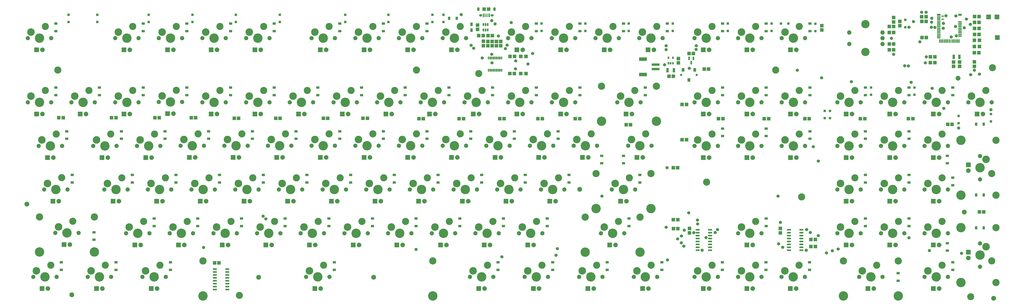
<source format=gbs>
G04 Layer_Color=8150272*
%FSTAX42Y42*%
%MOMM*%
G71*
G01*
G75*
%ADD25C,3.05*%
%ADD47R,3.40X1.50*%
%ADD48R,3.50X1.00*%
%ADD64R,1.50X1.65*%
%ADD65R,1.63X1.63*%
%ADD67C,2.10*%
%ADD68C,3.10*%
%ADD69C,2.00*%
%ADD70R,2.00X2.00*%
%ADD71C,1.85*%
%ADD72C,4.09*%
%ADD73C,3.30*%
%ADD74C,4.10*%
%ADD75C,1.85*%
%ADD76R,2.00X2.00*%
%ADD77C,3.15*%
%ADD78O,1.10X1.65*%
%ADD79O,1.35X1.05*%
%ADD80C,1.88*%
%ADD81C,3.60*%
%ADD82C,1.00*%
%ADD83C,1.37*%
%ADD84R,1.50X0.90*%
%ADD85R,1.50X0.50*%
%ADD86R,0.50X1.50*%
%ADD87R,0.46X1.50*%
%ADD88R,1.10X0.50*%
%ADD89R,1.10X1.10*%
%ADD90R,1.32X1.01*%
%ADD91R,1.60X1.65*%
%ADD92R,0.50X1.50*%
%ADD93R,0.46X1.50*%
%ADD94R,1.60X1.50*%
%ADD95R,0.75X1.20*%
%ADD96R,1.10X1.50*%
%ADD97R,0.70X1.60*%
%ADD98R,1.65X1.50*%
%ADD99R,2.10X2.10*%
%ADD100R,0.48X1.24*%
%ADD101R,1.50X1.60*%
%ADD102R,1.60X1.65*%
%ADD103R,1.10X1.90*%
%ADD104R,1.01X1.32*%
%ADD105R,1.73X0.71*%
%ADD106R,0.75X1.00*%
%ADD107R,1.10X1.10*%
%ADD108R,1.30X1.50*%
%ADD109R,1.12X1.91*%
D25*
X020066Y01016D02*
D03*
X009652Y000508D02*
D03*
X041463Y000457D02*
D03*
X042418Y010414D02*
D03*
D47*
X027208Y010121D02*
D03*
Y010791D02*
D03*
D48*
X027763Y010356D02*
D03*
Y010556D02*
D03*
D64*
X026668Y007937D02*
D03*
X026478D02*
D03*
X017654Y008201D02*
D03*
X017465D02*
D03*
X039348Y011733D02*
D03*
X039538D02*
D03*
X039718Y010896D02*
D03*
X039908D02*
D03*
X039718Y010636D02*
D03*
X039908D02*
D03*
X037927Y011194D02*
D03*
X038117D02*
D03*
X037927Y012214D02*
D03*
X038117D02*
D03*
X028718Y006066D02*
D03*
X028528D02*
D03*
X028912Y007282D02*
D03*
X029102D02*
D03*
X028912Y008819D02*
D03*
X029102D02*
D03*
X029874Y010358D02*
D03*
X030064D02*
D03*
X041827Y012648D02*
D03*
X041636D02*
D03*
X001983Y008242D02*
D03*
X001793D02*
D03*
X004277D02*
D03*
X004087D02*
D03*
X006165D02*
D03*
X005975D02*
D03*
X011422Y008221D02*
D03*
X011232D02*
D03*
X013493D02*
D03*
X013303D02*
D03*
X015218D02*
D03*
X015029D02*
D03*
X0194Y008201D02*
D03*
X01921D02*
D03*
X021166D02*
D03*
X020976D02*
D03*
X022831D02*
D03*
X022641D02*
D03*
X030687D02*
D03*
X030497D02*
D03*
X032677D02*
D03*
X032486D02*
D03*
X034443D02*
D03*
X034253D02*
D03*
X036858D02*
D03*
X036668D02*
D03*
X038949D02*
D03*
X038759D02*
D03*
X040654Y007958D02*
D03*
X040464D02*
D03*
X042035Y004141D02*
D03*
X041845D02*
D03*
X024455Y008201D02*
D03*
X024265D02*
D03*
X04163Y01107D02*
D03*
X04182D02*
D03*
X041636Y012388D02*
D03*
X041827D02*
D03*
X039339Y012431D02*
D03*
X039529D02*
D03*
X039525Y01264D02*
D03*
X039335D02*
D03*
X021429Y010905D02*
D03*
X021619D02*
D03*
X021419Y01016D02*
D03*
X021609D02*
D03*
X007748Y008242D02*
D03*
X007558D02*
D03*
X009616Y008221D02*
D03*
X009426D02*
D03*
X034517Y002943D02*
D03*
X034707D02*
D03*
X034517Y002639D02*
D03*
X034707D02*
D03*
X028726Y003419D02*
D03*
X028536D02*
D03*
X028721Y003802D02*
D03*
X028531D02*
D03*
D65*
X02189Y010905D02*
D03*
X022118D02*
D03*
X02189Y01016D02*
D03*
X022118D02*
D03*
D67*
X042464Y000386D02*
D03*
X040917Y009964D02*
D03*
X015488Y0013D02*
D03*
X010488D02*
D03*
X000401Y004486D02*
D03*
X041191Y004138D02*
D03*
X00236Y000538D02*
D03*
X02446Y005123D02*
D03*
D68*
X034112Y004793D02*
D03*
X042126Y009427D02*
D03*
X02998Y005436D02*
D03*
X042385Y00581D02*
D03*
Y00201D02*
D03*
X002404Y003739D02*
D03*
X008806Y009427D02*
D03*
X034011D02*
D03*
X003819Y001827D02*
D03*
X001444D02*
D03*
X027568D02*
D03*
X025193D02*
D03*
X027331Y007537D02*
D03*
X017352Y010314D02*
D03*
X001752D02*
D03*
X032982D02*
D03*
X040226Y001827D02*
D03*
X034001D02*
D03*
X032111D02*
D03*
X030211D02*
D03*
X022818D02*
D03*
X020443D02*
D03*
X006194D02*
D03*
X032111Y003727D02*
D03*
X022581D02*
D03*
X020681D02*
D03*
X018781D02*
D03*
X016881D02*
D03*
X014981D02*
D03*
X013081D02*
D03*
X011181D02*
D03*
X009281D02*
D03*
X007381D02*
D03*
X005481D02*
D03*
X040226D02*
D03*
X038326D02*
D03*
X036426D02*
D03*
X040226Y005627D02*
D03*
X038326D02*
D03*
X036426D02*
D03*
X023531D02*
D03*
X021631D02*
D03*
X019731D02*
D03*
X017831D02*
D03*
X015931D02*
D03*
X014031D02*
D03*
X012131D02*
D03*
X010231D02*
D03*
X008331D02*
D03*
X006431D02*
D03*
X004531D02*
D03*
X001919Y005631D02*
D03*
X040226Y007527D02*
D03*
X038326D02*
D03*
X036426D02*
D03*
X034011D02*
D03*
X032111D02*
D03*
X030211D02*
D03*
X024956Y007537D02*
D03*
X023056D02*
D03*
X021156D02*
D03*
X019256D02*
D03*
X017356D02*
D03*
X015456D02*
D03*
X013556D02*
D03*
X011656D02*
D03*
X009756D02*
D03*
X007856D02*
D03*
X005956Y007527D02*
D03*
X004056D02*
D03*
X001681D02*
D03*
X040226Y009427D02*
D03*
X038326D02*
D03*
X036426D02*
D03*
X032111D02*
D03*
X030211D02*
D03*
X024006D02*
D03*
X022106D02*
D03*
X020206D02*
D03*
X018306D02*
D03*
X016406D02*
D03*
X014506D02*
D03*
X012606D02*
D03*
X010706D02*
D03*
X006906Y009437D02*
D03*
X005006Y009427D02*
D03*
X003106D02*
D03*
X001206D02*
D03*
X034011Y012215D02*
D03*
X032111D02*
D03*
X030211D02*
D03*
X027806D02*
D03*
X025906D02*
D03*
X024006D02*
D03*
X022106D02*
D03*
X019256D02*
D03*
X017356D02*
D03*
X015456D02*
D03*
X013556D02*
D03*
X010706D02*
D03*
X008806D02*
D03*
X006906D02*
D03*
X005006D02*
D03*
X001206D02*
D03*
X013318Y001827D02*
D03*
X026856Y009427D02*
D03*
X026618Y005627D02*
D03*
X026143Y003727D02*
D03*
X037376Y001827D02*
D03*
D69*
X041999Y008406D02*
D03*
X041364Y005937D02*
D03*
Y002137D02*
D03*
X002277Y002718D02*
D03*
X008679Y008406D02*
D03*
X033884D02*
D03*
X003692Y000806D02*
D03*
X001316D02*
D03*
X027442D02*
D03*
X025066D02*
D03*
X027204Y006516D02*
D03*
X040099Y000806D02*
D03*
X033874D02*
D03*
X031984D02*
D03*
X030084D02*
D03*
X022691D02*
D03*
X020316D02*
D03*
X006067D02*
D03*
X031984Y002706D02*
D03*
X022454D02*
D03*
X020554D02*
D03*
X018654D02*
D03*
X016754D02*
D03*
X014854D02*
D03*
X012954D02*
D03*
X011054D02*
D03*
X009154D02*
D03*
X007254D02*
D03*
X005354D02*
D03*
X040099D02*
D03*
X038199D02*
D03*
X036299D02*
D03*
X040099Y004606D02*
D03*
X038199D02*
D03*
X036299D02*
D03*
X023404D02*
D03*
X021504D02*
D03*
X019604D02*
D03*
X017704D02*
D03*
X015804D02*
D03*
X013904D02*
D03*
X012004D02*
D03*
X010104D02*
D03*
X008204D02*
D03*
X006304D02*
D03*
X004404D02*
D03*
X001792Y00461D02*
D03*
X040099Y006506D02*
D03*
X038199D02*
D03*
X036299D02*
D03*
X033884D02*
D03*
X031984D02*
D03*
X030084D02*
D03*
X024829Y006516D02*
D03*
X022929D02*
D03*
X021029D02*
D03*
X019129D02*
D03*
X017229D02*
D03*
X015329D02*
D03*
X013429D02*
D03*
X011529D02*
D03*
X009629D02*
D03*
X007729D02*
D03*
X005829Y006506D02*
D03*
X003929D02*
D03*
X001554D02*
D03*
X040099Y008406D02*
D03*
X038199D02*
D03*
X036299D02*
D03*
X031984D02*
D03*
X030084D02*
D03*
X023879D02*
D03*
X021979D02*
D03*
X020079D02*
D03*
X018179D02*
D03*
X016279D02*
D03*
X014379D02*
D03*
X012479D02*
D03*
X010579D02*
D03*
X006779Y008416D02*
D03*
X004879Y008406D02*
D03*
X002979D02*
D03*
X001079D02*
D03*
X033884Y011194D02*
D03*
X031984D02*
D03*
X030084D02*
D03*
X027679D02*
D03*
X025779D02*
D03*
X023879D02*
D03*
X021979D02*
D03*
X019129D02*
D03*
X017229D02*
D03*
X015329D02*
D03*
X013429D02*
D03*
X010579D02*
D03*
X008679D02*
D03*
X006779D02*
D03*
X004879D02*
D03*
X001079D02*
D03*
X013191Y000806D02*
D03*
X026729Y008406D02*
D03*
X026492Y004606D02*
D03*
X026017Y002706D02*
D03*
X037249Y000806D02*
D03*
D70*
X041745Y008406D02*
D03*
X002023Y002718D02*
D03*
X008425Y008406D02*
D03*
X03363D02*
D03*
X003438Y000806D02*
D03*
X001062D02*
D03*
X027188D02*
D03*
X024812D02*
D03*
X02695Y006516D02*
D03*
X039845Y000806D02*
D03*
X03362D02*
D03*
X03173D02*
D03*
X02983D02*
D03*
X022438D02*
D03*
X020062D02*
D03*
X005812D02*
D03*
X03173Y002706D02*
D03*
X0222D02*
D03*
X0203D02*
D03*
X0184D02*
D03*
X0165D02*
D03*
X0146D02*
D03*
X0127D02*
D03*
X0108D02*
D03*
X0089D02*
D03*
X007D02*
D03*
X0051D02*
D03*
X039845D02*
D03*
X037945D02*
D03*
X036045D02*
D03*
X039845Y004606D02*
D03*
X037945D02*
D03*
X036045D02*
D03*
X02315D02*
D03*
X02125D02*
D03*
X01935D02*
D03*
X01745D02*
D03*
X01555D02*
D03*
X01365D02*
D03*
X01175D02*
D03*
X00985D02*
D03*
X00795D02*
D03*
X00605D02*
D03*
X00415D02*
D03*
X001538Y00461D02*
D03*
X039845Y006506D02*
D03*
X037945D02*
D03*
X036045D02*
D03*
X03363D02*
D03*
X03173D02*
D03*
X02983D02*
D03*
X024575Y006516D02*
D03*
X022675D02*
D03*
X020775D02*
D03*
X018875D02*
D03*
X016975D02*
D03*
X015075D02*
D03*
X013175D02*
D03*
X011275D02*
D03*
X009375D02*
D03*
X007475D02*
D03*
X005575Y006506D02*
D03*
X003675D02*
D03*
X0013D02*
D03*
X039845Y008406D02*
D03*
X037945D02*
D03*
X036045D02*
D03*
X03173D02*
D03*
X02983D02*
D03*
X023625D02*
D03*
X021725D02*
D03*
X019825D02*
D03*
X017925D02*
D03*
X016025D02*
D03*
X014125D02*
D03*
X012225D02*
D03*
X010325D02*
D03*
X006525Y008416D02*
D03*
X004625Y008406D02*
D03*
X002725D02*
D03*
X000825D02*
D03*
X03363Y011194D02*
D03*
X03173D02*
D03*
X02983D02*
D03*
X027425D02*
D03*
X025525D02*
D03*
X023625D02*
D03*
X021725D02*
D03*
X018875D02*
D03*
X016975D02*
D03*
X015075D02*
D03*
X013175D02*
D03*
X010325D02*
D03*
X008425D02*
D03*
X006525D02*
D03*
X004625D02*
D03*
X000825D02*
D03*
X012938Y000806D02*
D03*
X026475Y008406D02*
D03*
X026238Y004606D02*
D03*
X025762Y002706D02*
D03*
X036995Y000806D02*
D03*
D71*
X041364Y008914D02*
D03*
X04238D02*
D03*
X008044D02*
D03*
X00906D02*
D03*
X033249D02*
D03*
X034265D02*
D03*
X003057Y001314D02*
D03*
X004072D02*
D03*
X000682D02*
D03*
X001698D02*
D03*
X026807D02*
D03*
X027823D02*
D03*
X024432D02*
D03*
X025448D02*
D03*
X026569Y007024D02*
D03*
X027585D02*
D03*
X039464Y001314D02*
D03*
X04048D02*
D03*
X033239D02*
D03*
X034255D02*
D03*
X031349D02*
D03*
X032365D02*
D03*
X029449D02*
D03*
X030465D02*
D03*
X022057D02*
D03*
X023073D02*
D03*
X019682D02*
D03*
X020698D02*
D03*
X005431D02*
D03*
X006447D02*
D03*
X031349Y003214D02*
D03*
X032365D02*
D03*
X021819D02*
D03*
X022835D02*
D03*
X019919D02*
D03*
X020935D02*
D03*
X018019D02*
D03*
X019035D02*
D03*
X016119D02*
D03*
X017135D02*
D03*
X014219D02*
D03*
X015235D02*
D03*
X012319D02*
D03*
X013335D02*
D03*
X010419D02*
D03*
X011435D02*
D03*
X008519D02*
D03*
X009535D02*
D03*
X006619D02*
D03*
X007635D02*
D03*
X004719D02*
D03*
X005735D02*
D03*
X039464D02*
D03*
X04048D02*
D03*
X037564D02*
D03*
X03858D02*
D03*
X035664D02*
D03*
X03668D02*
D03*
X039464Y005114D02*
D03*
X04048D02*
D03*
X037564D02*
D03*
X03858D02*
D03*
X035664D02*
D03*
X03668D02*
D03*
X022769D02*
D03*
X023785D02*
D03*
X020869D02*
D03*
X021885D02*
D03*
X018969D02*
D03*
X019985D02*
D03*
X017069D02*
D03*
X018085D02*
D03*
X015169D02*
D03*
X016185D02*
D03*
X013269D02*
D03*
X014285D02*
D03*
X011369D02*
D03*
X012385D02*
D03*
X009469D02*
D03*
X010485D02*
D03*
X007569D02*
D03*
X008585D02*
D03*
X005669D02*
D03*
X006685D02*
D03*
X003769D02*
D03*
X004785D02*
D03*
X001157Y005118D02*
D03*
X002173D02*
D03*
X039464Y007014D02*
D03*
X04048D02*
D03*
X037564D02*
D03*
X03858D02*
D03*
X035664D02*
D03*
X03668D02*
D03*
X033249D02*
D03*
X034265D02*
D03*
X031349D02*
D03*
X032365D02*
D03*
X029449D02*
D03*
X030465D02*
D03*
X024194Y007024D02*
D03*
X02521D02*
D03*
X022294D02*
D03*
X02331D02*
D03*
X020394D02*
D03*
X02141D02*
D03*
X018494D02*
D03*
X01951D02*
D03*
X016594D02*
D03*
X01761D02*
D03*
X014694D02*
D03*
X01571D02*
D03*
X012794D02*
D03*
X01381D02*
D03*
X010894D02*
D03*
X01191D02*
D03*
X008994D02*
D03*
X01001D02*
D03*
X007094D02*
D03*
X00811D02*
D03*
X005194Y007014D02*
D03*
X00621D02*
D03*
X003294D02*
D03*
X00431D02*
D03*
X000919D02*
D03*
X001935D02*
D03*
X039464Y008914D02*
D03*
X04048D02*
D03*
X037564D02*
D03*
X03858D02*
D03*
X035664D02*
D03*
X03668D02*
D03*
X031349D02*
D03*
X032365D02*
D03*
X029449D02*
D03*
X030465D02*
D03*
X023244D02*
D03*
X02426D02*
D03*
X021344D02*
D03*
X02236D02*
D03*
X019444D02*
D03*
X02046D02*
D03*
X017544D02*
D03*
X01856D02*
D03*
X015644D02*
D03*
X01666D02*
D03*
X013744D02*
D03*
X01476D02*
D03*
X011844D02*
D03*
X01286D02*
D03*
X009944D02*
D03*
X01096D02*
D03*
X006144Y008924D02*
D03*
X00716D02*
D03*
X004244Y008914D02*
D03*
X00526D02*
D03*
X002344D02*
D03*
X00336D02*
D03*
X000444D02*
D03*
X00146D02*
D03*
X033249Y011702D02*
D03*
X034265D02*
D03*
X031349D02*
D03*
X032365D02*
D03*
X029449D02*
D03*
X030465D02*
D03*
X027044D02*
D03*
X02806D02*
D03*
X025144D02*
D03*
X02616D02*
D03*
X023244D02*
D03*
X02426D02*
D03*
X021344D02*
D03*
X02236D02*
D03*
X018494D02*
D03*
X01951D02*
D03*
X016594D02*
D03*
X01761D02*
D03*
X014694D02*
D03*
X01571D02*
D03*
X012794D02*
D03*
X01381D02*
D03*
X009944D02*
D03*
X01096D02*
D03*
X008044D02*
D03*
X00906D02*
D03*
X006144D02*
D03*
X00716D02*
D03*
X004244D02*
D03*
X00526D02*
D03*
X000444D02*
D03*
X00146D02*
D03*
X012557Y001314D02*
D03*
X013573D02*
D03*
D72*
X041872Y008914D02*
D03*
X041046Y007258D02*
D03*
Y00487D02*
D03*
Y003458D02*
D03*
Y00107D02*
D03*
X000956Y002401D02*
D03*
X003344D02*
D03*
X008552Y008914D02*
D03*
X033757D02*
D03*
X003565Y001314D02*
D03*
X00119D02*
D03*
X027314D02*
D03*
X02494D02*
D03*
X027077Y007024D02*
D03*
X039972Y001314D02*
D03*
X033747D02*
D03*
X031857D02*
D03*
X029957D02*
D03*
X022565D02*
D03*
X02019D02*
D03*
X00594D02*
D03*
X031857Y003214D02*
D03*
X022327D02*
D03*
X020427D02*
D03*
X018527D02*
D03*
X016627D02*
D03*
X014727D02*
D03*
X012827D02*
D03*
X010927D02*
D03*
X009027D02*
D03*
X007127D02*
D03*
X005227D02*
D03*
X039972D02*
D03*
X038072D02*
D03*
X036172D02*
D03*
X039972Y005114D02*
D03*
X038072D02*
D03*
X036172D02*
D03*
X023277D02*
D03*
X021377D02*
D03*
X019477D02*
D03*
X017577D02*
D03*
X015677D02*
D03*
X013777D02*
D03*
X011877D02*
D03*
X009977D02*
D03*
X008077D02*
D03*
X006177D02*
D03*
X004277D02*
D03*
X001665Y005118D02*
D03*
X039972Y007014D02*
D03*
X038072D02*
D03*
X036172D02*
D03*
X033757D02*
D03*
X031857D02*
D03*
X029957D02*
D03*
X024702Y007024D02*
D03*
X022802D02*
D03*
X020902D02*
D03*
X019002D02*
D03*
X017102D02*
D03*
X015202D02*
D03*
X013302D02*
D03*
X011402D02*
D03*
X009502D02*
D03*
X007602D02*
D03*
X005702Y007014D02*
D03*
X003802D02*
D03*
X001427D02*
D03*
X039972Y008914D02*
D03*
X038072D02*
D03*
X036172D02*
D03*
X031857D02*
D03*
X029957D02*
D03*
X023752D02*
D03*
X021852D02*
D03*
X019952D02*
D03*
X018052D02*
D03*
X016152D02*
D03*
X014252D02*
D03*
X012352D02*
D03*
X010452D02*
D03*
X006652Y008924D02*
D03*
X004752Y008914D02*
D03*
X002852D02*
D03*
X000952D02*
D03*
X033757Y011702D02*
D03*
X031857D02*
D03*
X029957D02*
D03*
X027552D02*
D03*
X025652D02*
D03*
X023752D02*
D03*
X021852D02*
D03*
X019002D02*
D03*
X017102D02*
D03*
X015202D02*
D03*
X013302D02*
D03*
X010452D02*
D03*
X008552D02*
D03*
X006652D02*
D03*
X004752D02*
D03*
X000952D02*
D03*
X018065Y000489D02*
D03*
X008064D02*
D03*
X013065Y001314D02*
D03*
X025408Y008089D02*
D03*
X027796D02*
D03*
X025171Y004288D02*
D03*
X027558D02*
D03*
X024696Y002389D02*
D03*
X027083D02*
D03*
X035928Y000489D02*
D03*
X038316D02*
D03*
D73*
X041504Y009181D02*
D03*
X042139Y006432D02*
D03*
Y002632D02*
D03*
X001782Y003493D02*
D03*
X008184Y009181D02*
D03*
X033389D02*
D03*
X003196Y001581D02*
D03*
X000821D02*
D03*
X026946D02*
D03*
X024571D02*
D03*
X026709Y007291D02*
D03*
X039604Y001581D02*
D03*
X033379D02*
D03*
X031489D02*
D03*
X029589D02*
D03*
X022196D02*
D03*
X019821D02*
D03*
X005571D02*
D03*
X031489Y003481D02*
D03*
X021959D02*
D03*
X020059D02*
D03*
X018159D02*
D03*
X016259D02*
D03*
X014359D02*
D03*
X012459D02*
D03*
X010559D02*
D03*
X008659D02*
D03*
X006759D02*
D03*
X004859D02*
D03*
X039604D02*
D03*
X037704D02*
D03*
X035804D02*
D03*
X039604Y005381D02*
D03*
X037704D02*
D03*
X035804D02*
D03*
X022909D02*
D03*
X021009D02*
D03*
X019109D02*
D03*
X017209D02*
D03*
X015309D02*
D03*
X013409D02*
D03*
X011509D02*
D03*
X009609D02*
D03*
X007709D02*
D03*
X005809D02*
D03*
X003909D02*
D03*
X001297Y005384D02*
D03*
X039604Y007281D02*
D03*
X037704D02*
D03*
X035804D02*
D03*
X033389D02*
D03*
X031489D02*
D03*
X029589D02*
D03*
X024334Y007291D02*
D03*
X022434D02*
D03*
X020534D02*
D03*
X018634D02*
D03*
X016734D02*
D03*
X014834D02*
D03*
X012934D02*
D03*
X011034D02*
D03*
X009134D02*
D03*
X007234D02*
D03*
X005334Y007281D02*
D03*
X003434D02*
D03*
X001059D02*
D03*
X039604Y009181D02*
D03*
X037704D02*
D03*
X035804D02*
D03*
X031489D02*
D03*
X029589D02*
D03*
X023384D02*
D03*
X021484D02*
D03*
X019584D02*
D03*
X017684D02*
D03*
X015784D02*
D03*
X013884D02*
D03*
X011984D02*
D03*
X010084D02*
D03*
X006284Y009191D02*
D03*
X004384Y009181D02*
D03*
X002484D02*
D03*
X000584D02*
D03*
X033389Y011969D02*
D03*
X031489D02*
D03*
X029589D02*
D03*
X027184D02*
D03*
X025284D02*
D03*
X023384D02*
D03*
X021484D02*
D03*
X018634D02*
D03*
X016734D02*
D03*
X014834D02*
D03*
X012934D02*
D03*
X010084D02*
D03*
X008184D02*
D03*
X006284D02*
D03*
X004384D02*
D03*
X000584D02*
D03*
X012696Y001581D02*
D03*
X026234Y009181D02*
D03*
X025996Y005381D02*
D03*
X025521Y003481D02*
D03*
X036754Y001581D02*
D03*
D74*
X041872Y006064D02*
D03*
Y002264D02*
D03*
X00215Y003226D02*
D03*
X026602Y008914D02*
D03*
X026364Y005114D02*
D03*
X025889Y003214D02*
D03*
X037122Y001314D02*
D03*
D75*
X041872Y005556D02*
D03*
Y006572D02*
D03*
Y001756D02*
D03*
Y002772D02*
D03*
X002658Y003226D02*
D03*
X001642D02*
D03*
X02711Y008914D02*
D03*
X026094D02*
D03*
X026873Y005114D02*
D03*
X025857D02*
D03*
X026398Y003214D02*
D03*
X025382D02*
D03*
X03763Y001314D02*
D03*
X036614D02*
D03*
D76*
X041364Y006191D02*
D03*
Y002391D02*
D03*
D77*
X04257Y007258D02*
D03*
Y00487D02*
D03*
Y003458D02*
D03*
Y00107D02*
D03*
X000956Y003925D02*
D03*
X003344D02*
D03*
X018065Y002012D02*
D03*
X008064D02*
D03*
X025408Y009612D02*
D03*
X027796D02*
D03*
X025171Y005812D02*
D03*
X027558D02*
D03*
X024696Y003912D02*
D03*
X027083D02*
D03*
X035928Y002012D02*
D03*
X038316D02*
D03*
D78*
X020747Y012964D02*
D03*
X020047D02*
D03*
D79*
X020647Y012694D02*
D03*
X020147D02*
D03*
D80*
X037635Y011952D02*
D03*
Y011702D02*
D03*
Y011452D02*
D03*
X036185Y011952D02*
D03*
Y011452D02*
D03*
D81*
X036885Y012312D02*
D03*
Y011105D02*
D03*
D82*
X029547Y010103D02*
D03*
X028867D02*
D03*
D83*
X040622Y011755D02*
D03*
X039337Y012832D02*
D03*
X039527Y012832D02*
D03*
X039769Y012398D02*
D03*
X039776Y012568D02*
D03*
X039759Y012177D02*
D03*
X039911Y012174D02*
D03*
X041186Y012151D02*
D03*
X033106Y002756D02*
D03*
X038595Y0105D02*
D03*
X038758Y010493D02*
D03*
X041463Y010117D02*
D03*
X040394Y01268D02*
D03*
X040825Y01267D02*
D03*
X038019Y011694D02*
D03*
X034836Y003114D02*
D03*
X03431Y002479D02*
D03*
X041844Y010142D02*
D03*
X02922Y010389D02*
D03*
X020218Y010841D02*
D03*
X020638Y010632D02*
D03*
X028214Y011209D02*
D03*
X028219Y011372D02*
D03*
X021219Y011252D02*
D03*
X0213Y011397D02*
D03*
X01984Y011267D02*
D03*
X019736Y011389D02*
D03*
X034983Y009982D02*
D03*
X022202Y010577D02*
D03*
X02063Y011001D02*
D03*
X021664Y010366D02*
D03*
X02241Y011039D02*
D03*
X039494Y010632D02*
D03*
X021674Y010716D02*
D03*
X041631Y01031D02*
D03*
X03954Y010896D02*
D03*
X020914Y011801D02*
D03*
X020772Y012327D02*
D03*
X020627Y012464D02*
D03*
X04107Y00234D02*
D03*
X03519Y00236D02*
D03*
X03967Y00246D02*
D03*
X03545Y00245D02*
D03*
X0357Y00253D02*
D03*
X03878Y00302D02*
D03*
X02995Y00303D02*
D03*
X02348Y00254D02*
D03*
X02872Y00297D02*
D03*
X02888Y0028D02*
D03*
X02899Y00265D02*
D03*
X01068Y00396D02*
D03*
X02958Y00379D02*
D03*
X02959Y00362D02*
D03*
X0108Y00384D02*
D03*
X02542Y00483D02*
D03*
X04081Y01221D02*
D03*
X023426Y002253D02*
D03*
X021071Y002192D02*
D03*
X033089Y004831D02*
D03*
X033288Y002602D02*
D03*
X02978Y002477D02*
D03*
X03045Y00337D02*
D03*
X034327D02*
D03*
X03449Y003248D02*
D03*
X030348D02*
D03*
X028278Y00205D02*
D03*
X021477Y012383D02*
D03*
X019305Y012728D02*
D03*
X036276Y009805D02*
D03*
X042346Y008587D02*
D03*
X040945Y007795D02*
D03*
X040295Y008648D02*
D03*
X039788Y009521D02*
D03*
X038874Y009785D02*
D03*
X041453Y012302D02*
D03*
X040275Y012139D02*
D03*
X034618Y006982D02*
D03*
X034839Y00635D02*
D03*
X033924Y010309D02*
D03*
X029525Y011374D02*
D03*
X029522Y011212D02*
D03*
X040838Y011806D02*
D03*
X038113Y011006D02*
D03*
X039256Y011547D02*
D03*
X040278Y012347D02*
D03*
X041278Y012532D02*
D03*
X038781Y012179D02*
D03*
X038976Y012423D02*
D03*
X028885Y003094D02*
D03*
X033183Y003686D02*
D03*
X029202Y0041D02*
D03*
X02826Y006066D02*
D03*
X028214Y003475D02*
D03*
X028146Y010549D02*
D03*
X01734Y002508D02*
D03*
X008092Y002598D02*
D03*
X029002Y00335D02*
D03*
X029416Y003238D02*
D03*
D84*
X041Y01272D02*
D03*
X04008D02*
D03*
D85*
X041Y01179D02*
D03*
Y01242D02*
D03*
Y01235D02*
D03*
Y01228D02*
D03*
Y01221D02*
D03*
Y01214D02*
D03*
Y01207D02*
D03*
Y012D02*
D03*
Y01193D02*
D03*
Y01186D02*
D03*
X04008D02*
D03*
Y01193D02*
D03*
Y012D02*
D03*
Y01207D02*
D03*
Y01214D02*
D03*
Y01221D02*
D03*
Y01228D02*
D03*
Y01235D02*
D03*
Y01242D02*
D03*
Y01249D02*
D03*
Y01256D02*
D03*
Y01263D02*
D03*
Y01179D02*
D03*
Y01172D02*
D03*
D86*
X04096Y01158D02*
D03*
X04089D02*
D03*
X04082D02*
D03*
X04075D02*
D03*
X04068D02*
D03*
X04054D02*
D03*
X04047D02*
D03*
X0404D02*
D03*
X04033D02*
D03*
X04026D02*
D03*
X04019D02*
D03*
X04012D02*
D03*
D87*
X04061D02*
D03*
D88*
X04025Y012665D02*
D03*
Y012525D02*
D03*
D89*
X034712Y012329D02*
D03*
Y012014D02*
D03*
X035342Y008541D02*
D03*
Y008226D02*
D03*
X035119Y008541D02*
D03*
Y008226D02*
D03*
X038623Y012182D02*
D03*
Y012497D02*
D03*
X0095Y012723D02*
D03*
Y012408D02*
D03*
X016138Y012723D02*
D03*
Y012408D02*
D03*
X003471Y012723D02*
D03*
Y012408D02*
D03*
X002213Y012723D02*
D03*
Y012408D02*
D03*
X005704Y012723D02*
D03*
Y012408D02*
D03*
X007612Y012723D02*
D03*
Y012408D02*
D03*
X011409Y012723D02*
D03*
Y012408D02*
D03*
X018047Y012723D02*
D03*
Y012408D02*
D03*
X014251Y012723D02*
D03*
Y012408D02*
D03*
X018534Y012723D02*
D03*
Y012408D02*
D03*
X022797Y012338D02*
D03*
Y012022D02*
D03*
X024705Y012338D02*
D03*
Y012022D02*
D03*
X032805Y012338D02*
D03*
Y012022D02*
D03*
X030897Y012338D02*
D03*
Y012022D02*
D03*
X028501Y012338D02*
D03*
Y012022D02*
D03*
X037129Y009556D02*
D03*
Y009241D02*
D03*
X042346Y008399D02*
D03*
Y008084D02*
D03*
X039017Y009556D02*
D03*
Y009241D02*
D03*
X040945Y008003D02*
D03*
Y008318D02*
D03*
X026593Y012338D02*
D03*
Y012022D02*
D03*
D90*
X014015Y012014D02*
D03*
Y012341D02*
D03*
X015915Y012014D02*
D03*
Y012341D02*
D03*
X020902Y001625D02*
D03*
Y001953D02*
D03*
X023277Y001625D02*
D03*
Y001953D02*
D03*
X040447Y002457D02*
D03*
Y002784D02*
D03*
X03257Y009225D02*
D03*
Y009553D02*
D03*
X02304Y003526D02*
D03*
Y003853D02*
D03*
X03256Y001625D02*
D03*
Y001953D02*
D03*
X028027Y001625D02*
D03*
Y001953D02*
D03*
X03446Y001625D02*
D03*
Y001953D02*
D03*
X03066Y001625D02*
D03*
Y001953D02*
D03*
X025652Y001625D02*
D03*
Y001953D02*
D03*
X013777Y001625D02*
D03*
Y001953D02*
D03*
X006652Y001625D02*
D03*
Y001953D02*
D03*
X004277Y001625D02*
D03*
Y001953D02*
D03*
X001902Y001625D02*
D03*
Y001953D02*
D03*
X03831Y001151D02*
D03*
Y001477D02*
D03*
X040685Y001625D02*
D03*
Y001953D02*
D03*
X003327Y002932D02*
D03*
Y003259D02*
D03*
X038785Y003526D02*
D03*
Y003853D02*
D03*
X036885Y003526D02*
D03*
Y003853D02*
D03*
X03257Y003526D02*
D03*
Y003853D02*
D03*
X026602Y003526D02*
D03*
Y003853D02*
D03*
X02114Y003526D02*
D03*
Y003853D02*
D03*
X01924Y003526D02*
D03*
Y003853D02*
D03*
X01734Y003526D02*
D03*
Y003853D02*
D03*
X01544Y003526D02*
D03*
Y003853D02*
D03*
X01354Y003526D02*
D03*
Y003853D02*
D03*
X011639Y003526D02*
D03*
Y003853D02*
D03*
X009739Y003526D02*
D03*
Y003853D02*
D03*
X007839Y003526D02*
D03*
Y003853D02*
D03*
X00594Y003526D02*
D03*
Y003853D02*
D03*
X00214Y007325D02*
D03*
Y007653D02*
D03*
X004515Y007325D02*
D03*
Y007653D02*
D03*
X006414Y007325D02*
D03*
Y007653D02*
D03*
X008314Y007325D02*
D03*
Y007653D02*
D03*
X010214Y007325D02*
D03*
Y007653D02*
D03*
X012114Y007325D02*
D03*
Y007653D02*
D03*
X014015Y007325D02*
D03*
Y007653D02*
D03*
X015915Y007325D02*
D03*
Y007653D02*
D03*
X017815Y007325D02*
D03*
Y007653D02*
D03*
X019715Y007325D02*
D03*
Y007653D02*
D03*
X021615Y007325D02*
D03*
Y007653D02*
D03*
X023515Y007325D02*
D03*
Y007653D02*
D03*
X025415Y006257D02*
D03*
Y006584D02*
D03*
X026364Y006257D02*
D03*
Y006584D02*
D03*
X03067Y007444D02*
D03*
Y007771D02*
D03*
X03257Y007444D02*
D03*
Y007771D02*
D03*
X03447Y007325D02*
D03*
Y007653D02*
D03*
X036885Y007325D02*
D03*
Y007653D02*
D03*
X038785Y007325D02*
D03*
Y007653D02*
D03*
X040447Y006257D02*
D03*
Y006584D02*
D03*
X001665Y009225D02*
D03*
Y009553D02*
D03*
X003565Y009225D02*
D03*
Y009553D02*
D03*
X005465Y009225D02*
D03*
Y009553D02*
D03*
X007364Y009225D02*
D03*
Y009553D02*
D03*
X009264Y009225D02*
D03*
Y009553D02*
D03*
X011164Y009225D02*
D03*
Y009553D02*
D03*
X013065Y009225D02*
D03*
Y009553D02*
D03*
X014965Y009225D02*
D03*
Y009553D02*
D03*
X016865Y009225D02*
D03*
Y009553D02*
D03*
X022565Y009225D02*
D03*
Y009553D02*
D03*
X024465Y009225D02*
D03*
Y009553D02*
D03*
X027314Y009225D02*
D03*
Y009553D02*
D03*
X03067Y009225D02*
D03*
Y009553D02*
D03*
X03447Y009225D02*
D03*
Y009553D02*
D03*
X03257Y012014D02*
D03*
Y012341D02*
D03*
X03067Y012014D02*
D03*
Y012341D02*
D03*
X028264Y012014D02*
D03*
Y012341D02*
D03*
X024465Y012014D02*
D03*
Y012341D02*
D03*
X022565Y012014D02*
D03*
Y012341D02*
D03*
X006889Y005426D02*
D03*
Y005753D02*
D03*
X008789Y005426D02*
D03*
Y005753D02*
D03*
X010689Y005426D02*
D03*
Y005753D02*
D03*
X012589Y005426D02*
D03*
Y005753D02*
D03*
X01449Y005426D02*
D03*
Y005753D02*
D03*
X02019Y005426D02*
D03*
Y005753D02*
D03*
X02209Y005426D02*
D03*
Y005753D02*
D03*
X02399Y005426D02*
D03*
Y005753D02*
D03*
X027077Y005426D02*
D03*
Y005753D02*
D03*
X036885Y005426D02*
D03*
Y005753D02*
D03*
X038785Y005426D02*
D03*
Y005753D02*
D03*
X002377Y005426D02*
D03*
Y005753D02*
D03*
X00499Y005426D02*
D03*
Y005753D02*
D03*
X01639Y005426D02*
D03*
Y005753D02*
D03*
X01829Y005426D02*
D03*
Y005753D02*
D03*
X040685Y005307D02*
D03*
Y005634D02*
D03*
X03447Y012014D02*
D03*
Y012341D02*
D03*
X001665Y012014D02*
D03*
Y012341D02*
D03*
X005465Y012014D02*
D03*
Y012341D02*
D03*
X007364Y012014D02*
D03*
Y012341D02*
D03*
X009264Y012014D02*
D03*
Y012341D02*
D03*
X011164Y012014D02*
D03*
Y012341D02*
D03*
X017815Y012014D02*
D03*
Y012341D02*
D03*
X038785Y009225D02*
D03*
Y009553D02*
D03*
X036885Y009225D02*
D03*
Y009553D02*
D03*
X040685Y009225D02*
D03*
Y009553D02*
D03*
X020665Y009225D02*
D03*
Y009553D02*
D03*
X018765Y009225D02*
D03*
Y009553D02*
D03*
X026364Y012014D02*
D03*
Y012341D02*
D03*
D91*
X020497Y012964D02*
D03*
X020297D02*
D03*
D92*
X020267Y012694D02*
D03*
X020527D02*
D03*
D93*
X020332D02*
D03*
X020397D02*
D03*
X020462D02*
D03*
D94*
X03319Y003424D02*
D03*
Y003234D02*
D03*
X02065Y011373D02*
D03*
Y011563D02*
D03*
X020833Y011373D02*
D03*
Y011563D02*
D03*
X021024Y011373D02*
D03*
Y011563D02*
D03*
X038115Y012412D02*
D03*
Y012602D02*
D03*
X040722Y010666D02*
D03*
Y010476D02*
D03*
X040982Y010666D02*
D03*
Y010476D02*
D03*
X029232Y003424D02*
D03*
Y003234D02*
D03*
X02001Y012275D02*
D03*
Y012085D02*
D03*
D95*
X020265Y01206D02*
D03*
X02036D02*
D03*
X020455D02*
D03*
Y0123D02*
D03*
X02036D02*
D03*
X020265D02*
D03*
D96*
X019752Y01205D02*
D03*
Y01231D02*
D03*
D97*
X029308Y010638D02*
D03*
X029403Y010828D02*
D03*
X029213D02*
D03*
D98*
X038382Y012437D02*
D03*
Y012247D02*
D03*
X041628Y010479D02*
D03*
Y010669D02*
D03*
X020457Y011563D02*
D03*
Y011373D02*
D03*
X020264Y011566D02*
D03*
Y011376D02*
D03*
X034994Y012059D02*
D03*
Y012249D02*
D03*
X028753Y010629D02*
D03*
Y010819D02*
D03*
D99*
X042626Y011727D02*
D03*
X04261Y012627D02*
D03*
X042244D02*
D03*
D100*
X020806Y010842D02*
D03*
X020743D02*
D03*
X020679D02*
D03*
X020616D02*
D03*
X020552D02*
D03*
X020489D02*
D03*
X02087D02*
D03*
X020933D02*
D03*
X020997D02*
D03*
X02106D02*
D03*
X020743Y010306D02*
D03*
X020806D02*
D03*
X02087D02*
D03*
X020933D02*
D03*
X020997D02*
D03*
X02106D02*
D03*
X020679D02*
D03*
X020616D02*
D03*
X020552D02*
D03*
X020489D02*
D03*
D101*
X038117Y011454D02*
D03*
X037927D02*
D03*
X038117Y011954D02*
D03*
X037927D02*
D03*
X041636Y011868D02*
D03*
X041827D02*
D03*
X008573Y001928D02*
D03*
X008763D02*
D03*
X041636Y012128D02*
D03*
X041827D02*
D03*
X020466Y011811D02*
D03*
X020656D02*
D03*
X020255D02*
D03*
X020065D02*
D03*
X02853Y010042D02*
D03*
X02834D02*
D03*
X029403Y011037D02*
D03*
X029213D02*
D03*
D102*
X041844Y011609D02*
D03*
X041624D02*
D03*
Y011339D02*
D03*
X041844D02*
D03*
D103*
X040977Y010891D02*
D03*
X040727D02*
D03*
D104*
X042036Y003451D02*
D03*
X041708D02*
D03*
X042036Y004877D02*
D03*
X041708D02*
D03*
X018776Y012566D02*
D03*
X019103D02*
D03*
X042036Y007964D02*
D03*
X041708D02*
D03*
D105*
X009121Y001655D02*
D03*
Y001527D02*
D03*
Y001401D02*
D03*
Y001273D02*
D03*
Y001147D02*
D03*
Y001019D02*
D03*
Y000893D02*
D03*
Y000766D02*
D03*
X008579D02*
D03*
Y000893D02*
D03*
Y001019D02*
D03*
Y001147D02*
D03*
Y001273D02*
D03*
Y001401D02*
D03*
Y001527D02*
D03*
Y001655D02*
D03*
X030131Y003365D02*
D03*
Y003238D02*
D03*
Y00311D02*
D03*
Y002983D02*
D03*
Y002857D02*
D03*
Y00273D02*
D03*
Y002602D02*
D03*
Y002475D02*
D03*
X029589D02*
D03*
Y002602D02*
D03*
Y00273D02*
D03*
Y002857D02*
D03*
Y002983D02*
D03*
Y00311D02*
D03*
Y003238D02*
D03*
Y003365D02*
D03*
X034101D02*
D03*
Y003238D02*
D03*
Y00311D02*
D03*
Y002983D02*
D03*
Y002857D02*
D03*
Y00273D02*
D03*
Y002602D02*
D03*
Y002475D02*
D03*
X033559D02*
D03*
Y002602D02*
D03*
Y00273D02*
D03*
Y002857D02*
D03*
Y002983D02*
D03*
Y00311D02*
D03*
Y003238D02*
D03*
Y003365D02*
D03*
D106*
X02851Y010613D02*
D03*
X028415D02*
D03*
X02832D02*
D03*
Y010853D02*
D03*
X02851D02*
D03*
D107*
X033216Y012342D02*
D03*
X033531D02*
D03*
D108*
X028957Y010323D02*
D03*
X029457D02*
D03*
X029207Y009883D02*
D03*
D109*
X028273Y010306D02*
D03*
X028555D02*
D03*
M02*

</source>
